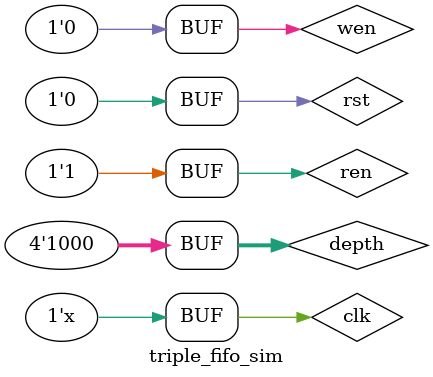
<source format=v>
`timescale 1ns / 1ps


module triple_fifo_sim(

    );
    parameter ADDR_BIT = 3;
    parameter WIDTH = 8;
    
    reg                          clk;
    reg                          rst;
    reg                          ren;
    reg                          wen;
    reg [WIDTH-1:0]              in;
    reg [ADDR_BIT:0]             depth;
    wire [2:0]                   empty;
    wire [2:0]                   full;
    wire [2:0]                   almost_full;
    wire [(ADDR_BIT+1)*3-1:0]    cnt;
    wire [WIDTH*3-1:0]           out2;
    wire [WIDTH*3-1:0]           out1;
    wire [WIDTH*3-1:0]           out0;
    
    wire [WIDTH-1:0]           out22;
    wire [WIDTH-1:0]           out21;
    wire [WIDTH-1:0]           out20;
    wire [WIDTH-1:0]           out12;
    wire [WIDTH-1:0]           out11;
    wire [WIDTH-1:0]           out10;
    wire [WIDTH-1:0]           out02;
    wire [WIDTH-1:0]           out01;
    wire [WIDTH-1:0]           out00;
    
    wire [ADDR_BIT:0]          cnt2;
    wire [ADDR_BIT:0]          cnt1;
    wire [ADDR_BIT:0]          cnt0;
    
    assign out22 = out2[WIDTH*3-1:WIDTH*2];
    assign out21 = out2[WIDTH*2-1:WIDTH*1];
    assign out20 = out2[WIDTH*1-1:WIDTH*0];
    
    assign out12 = out1[WIDTH*3-1:WIDTH*2];
    assign out11 = out1[WIDTH*2-1:WIDTH*1];
    assign out10 = out1[WIDTH*1-1:WIDTH*0];
    
    assign out02 = out0[WIDTH*3-1:WIDTH*2];
    assign out01 = out0[WIDTH*2-1:WIDTH*1];
    assign out00 = out0[WIDTH*1-1:WIDTH*0];
    
    assign cnt2 = cnt[ADDR_BIT*3+2:ADDR_BIT*2+2];
    assign cnt1 = cnt[ADDR_BIT*2+1:ADDR_BIT+1];
    assign cnt0 = cnt[ADDR_BIT:0];
    
    
    triple_fifo #(.ADDR_BIT(ADDR_BIT), .WIDTH(WIDTH))uut(.clk(clk), .rst(rst), .ren(ren), .wen(wen), .in(in), .depth(depth),
                .empty(empty), .full(full), .almost_full(almost_full),
                .cnt(cnt), .out2(out2), .out1(out1), .out0(out0));
    
    always #10 clk = ~clk;
    
    always@(posedge clk) begin
        in <= in+1;
    end
    initial begin
        clk <= 0;
        rst <= 1;
        ren <= 0;
        wen <= 0;
        in <= 0;
        depth <= 8;
        #20;
        rst <= 0;
        wen <= 1;
        
        #550;
        
//        wen <= 0;
//        #10;
        ren <= 1;
        #200;
        wen <= 0;
    end
endmodule

</source>
